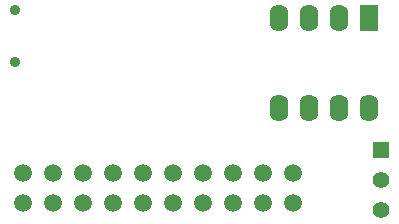
<source format=gbs>
G04 (created by PCBNEW (2013-07-07 BZR 4022)-stable) date 7/16/2015 11:13:14 AM*
%MOIN*%
G04 Gerber Fmt 3.4, Leading zero omitted, Abs format*
%FSLAX34Y34*%
G01*
G70*
G90*
G04 APERTURE LIST*
%ADD10C,0.00590551*%
%ADD11C,0.0354*%
%ADD12C,0.0593*%
%ADD13R,0.055X0.055*%
%ADD14C,0.055*%
%ADD15R,0.062X0.09*%
%ADD16O,0.062X0.09*%
G04 APERTURE END LIST*
G54D10*
G54D11*
X85985Y-65334D03*
X85985Y-67066D03*
G54D12*
X95250Y-70750D03*
X95250Y-71750D03*
X94250Y-70750D03*
X94250Y-71750D03*
X93250Y-70750D03*
X93250Y-71750D03*
X92250Y-70750D03*
X92250Y-71750D03*
X91250Y-70750D03*
X91250Y-71750D03*
X90250Y-70750D03*
X90250Y-71750D03*
X89250Y-70750D03*
X89250Y-71750D03*
X88250Y-70750D03*
X88250Y-71750D03*
X87250Y-70750D03*
X87250Y-71750D03*
X86250Y-70750D03*
X86250Y-71750D03*
G54D13*
X98200Y-70000D03*
G54D14*
X98200Y-71000D03*
X98200Y-72000D03*
G54D15*
X97800Y-65600D03*
G54D16*
X96800Y-65600D03*
X95800Y-65600D03*
X94800Y-65600D03*
X94800Y-68600D03*
X95800Y-68600D03*
X96800Y-68600D03*
X97800Y-68600D03*
M02*

</source>
